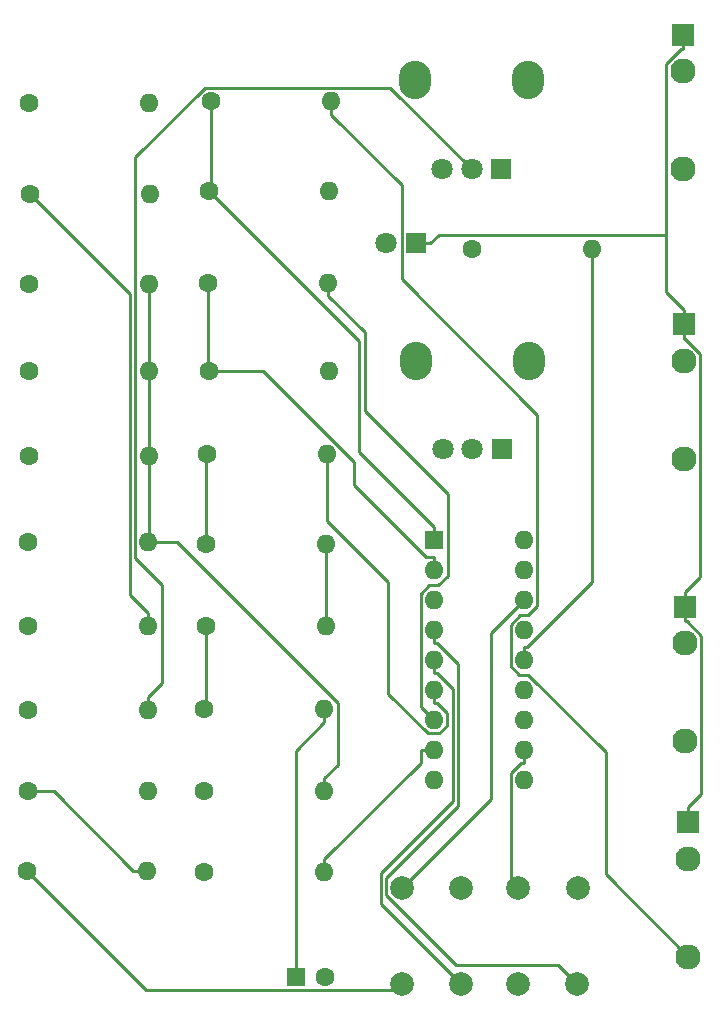
<source format=gbl>
%TF.GenerationSoftware,KiCad,Pcbnew,5.1.6*%
%TF.CreationDate,2020-10-11T16:32:07+02:00*%
%TF.ProjectId,AS3320-VCF,41533333-3230-42d5-9643-462e6b696361,rev?*%
%TF.SameCoordinates,Original*%
%TF.FileFunction,Copper,L2,Bot*%
%TF.FilePolarity,Positive*%
%FSLAX46Y46*%
G04 Gerber Fmt 4.6, Leading zero omitted, Abs format (unit mm)*
G04 Created by KiCad (PCBNEW 5.1.6) date 2020-10-11 16:32:07*
%MOMM*%
%LPD*%
G01*
G04 APERTURE LIST*
%TA.AperFunction,ComponentPad*%
%ADD10C,1.600000*%
%TD*%
%TA.AperFunction,ComponentPad*%
%ADD11O,1.600000X1.600000*%
%TD*%
%TA.AperFunction,ComponentPad*%
%ADD12C,1.800000*%
%TD*%
%TA.AperFunction,ComponentPad*%
%ADD13R,1.800000X1.800000*%
%TD*%
%TA.AperFunction,ComponentPad*%
%ADD14R,1.600000X1.600000*%
%TD*%
%TA.AperFunction,ComponentPad*%
%ADD15O,2.720000X3.240000*%
%TD*%
%TA.AperFunction,ComponentPad*%
%ADD16C,2.130000*%
%TD*%
%TA.AperFunction,ComponentPad*%
%ADD17R,1.930000X1.830000*%
%TD*%
%TA.AperFunction,ComponentPad*%
%ADD18C,2.000000*%
%TD*%
%TA.AperFunction,Conductor*%
%ADD19C,0.250000*%
%TD*%
G04 APERTURE END LIST*
D10*
%TO.P,R21,1*%
%TO.N,Net-(D1-Pad2)*%
X167680000Y-59510000D03*
D11*
%TO.P,R21,2*%
%TO.N,+12V*%
X177840000Y-59510000D03*
%TD*%
D12*
%TO.P,D1,2*%
%TO.N,Net-(D1-Pad2)*%
X160380000Y-59050000D03*
D13*
%TO.P,D1,1*%
%TO.N,GND*%
X162920000Y-59050000D03*
%TD*%
D11*
%TO.P,U1,18*%
%TO.N,Net-(R17-Pad1)*%
X172050000Y-84180000D03*
%TO.P,U1,9*%
%TO.N,Net-(R8-Pad1)*%
X164430000Y-104500000D03*
%TO.P,U1,17*%
%TO.N,Net-(R15-Pad1)*%
X172050000Y-86720000D03*
%TO.P,U1,8*%
%TO.N,/VRES*%
X164430000Y-101960000D03*
%TO.P,U1,16*%
%TO.N,Net-(C2-Pad1)*%
X172050000Y-89260000D03*
%TO.P,U1,7*%
%TO.N,/OUT1*%
X164430000Y-99420000D03*
%TO.P,U1,15*%
%TO.N,/OUT3*%
X172050000Y-91800000D03*
%TO.P,U1,6*%
%TO.N,/OUT2*%
X164430000Y-96880000D03*
%TO.P,U1,14*%
%TO.N,+12V*%
X172050000Y-94340000D03*
%TO.P,U1,5*%
%TO.N,Net-(C3-Pad2)*%
X164430000Y-94340000D03*
%TO.P,U1,13*%
%TO.N,Net-(R19-Pad1)*%
X172050000Y-96880000D03*
%TO.P,U1,4*%
%TO.N,Net-(C1-Pad2)*%
X164430000Y-91800000D03*
%TO.P,U1,12*%
%TO.N,Net-(R10-Pad2)*%
X172050000Y-99420000D03*
%TO.P,U1,3*%
%TO.N,GND*%
X164430000Y-89260000D03*
%TO.P,U1,11*%
%TO.N,Net-(C4-Pad1)*%
X172050000Y-101960000D03*
%TO.P,U1,2*%
%TO.N,Net-(R13-Pad1)*%
X164430000Y-86720000D03*
%TO.P,U1,10*%
%TO.N,/OUT4*%
X172050000Y-104500000D03*
D14*
%TO.P,U1,1*%
%TO.N,Net-(R11-Pad1)*%
X164430000Y-84180000D03*
%TD*%
D15*
%TO.P,RV2,*%
%TO.N,*%
X172490000Y-68990000D03*
X162890000Y-68990000D03*
D12*
%TO.P,RV2,3*%
%TO.N,Net-(R7-Pad1)*%
X165190000Y-76490000D03*
%TO.P,RV2,2*%
%TO.N,/FREQ_CTRL_INPUT*%
X167690000Y-76490000D03*
D13*
%TO.P,RV2,1*%
%TO.N,Net-(R3-Pad1)*%
X170190000Y-76490000D03*
%TD*%
D15*
%TO.P,RV1,*%
%TO.N,*%
X172440000Y-45257500D03*
X162840000Y-45257500D03*
D12*
%TO.P,RV1,3*%
%TO.N,Net-(R1-Pad2)*%
X165140000Y-52757500D03*
%TO.P,RV1,2*%
%TO.N,Net-(R8-Pad2)*%
X167640000Y-52757500D03*
D13*
%TO.P,RV1,1*%
%TO.N,Net-(R2-Pad2)*%
X170140000Y-52757500D03*
%TD*%
D10*
%TO.P,R7,1*%
%TO.N,Net-(R7-Pad1)*%
X130100000Y-91490000D03*
D11*
%TO.P,R7,2*%
%TO.N,+12V*%
X140260000Y-91490000D03*
%TD*%
D10*
%TO.P,R3,1*%
%TO.N,Net-(R3-Pad1)*%
X130170000Y-62470000D03*
D11*
%TO.P,R3,2*%
%TO.N,-12V*%
X140330000Y-62470000D03*
%TD*%
D10*
%TO.P,R2,1*%
%TO.N,+12V*%
X130208000Y-54848000D03*
D11*
%TO.P,R2,2*%
%TO.N,Net-(R2-Pad2)*%
X140368000Y-54848000D03*
%TD*%
D10*
%TO.P,R1,1*%
%TO.N,-12V*%
X130180000Y-47160000D03*
D11*
%TO.P,R1,2*%
%TO.N,Net-(R1-Pad2)*%
X140340000Y-47160000D03*
%TD*%
D16*
%TO.P,J4,T*%
%TO.N,/SIGNAL_OUTPUT*%
X185670000Y-101220000D03*
D17*
%TO.P,J4,S*%
%TO.N,GND*%
X185670000Y-89820000D03*
D16*
%TO.P,J4,TN*%
%TO.N,N/C*%
X185670000Y-92920000D03*
%TD*%
%TO.P,J3,T*%
%TO.N,/FREQ_CTRL_INPUT*%
X185580000Y-77300000D03*
D17*
%TO.P,J3,S*%
%TO.N,GND*%
X185580000Y-65900000D03*
D16*
%TO.P,J3,TN*%
%TO.N,N/C*%
X185580000Y-69000000D03*
%TD*%
%TO.P,J2,T*%
%TO.N,N/C*%
X185520000Y-52780000D03*
D17*
%TO.P,J2,S*%
%TO.N,GND*%
X185520000Y-41380000D03*
D16*
%TO.P,J2,TN*%
%TO.N,N/C*%
X185520000Y-44480000D03*
%TD*%
%TO.P,J1,T*%
%TO.N,/SIGNAL_INPUT*%
X185950000Y-119440000D03*
D17*
%TO.P,J1,S*%
%TO.N,GND*%
X185950000Y-108040000D03*
D16*
%TO.P,J1,TN*%
%TO.N,N/C*%
X185950000Y-111140000D03*
%TD*%
D10*
%TO.P,C5,2*%
%TO.N,/SIGNAL_OUTPUT*%
X155230000Y-121170000D03*
D14*
%TO.P,C5,1*%
%TO.N,/OUT4*%
X152730000Y-121170000D03*
%TD*%
D18*
%TO.P,C1,2*%
%TO.N,Net-(C1-Pad2)*%
X176544000Y-121750000D03*
%TO.P,C1,1*%
%TO.N,GND*%
X171544000Y-121750000D03*
%TD*%
%TO.P,C2,2*%
%TO.N,GND*%
X166748000Y-113622000D03*
%TO.P,C2,1*%
%TO.N,Net-(C2-Pad1)*%
X161748000Y-113622000D03*
%TD*%
%TO.P,C3,2*%
%TO.N,Net-(C3-Pad2)*%
X166698000Y-121742000D03*
%TO.P,C3,1*%
%TO.N,GND*%
X161698000Y-121742000D03*
%TD*%
%TO.P,C4,2*%
%TO.N,GND*%
X176594000Y-113630000D03*
%TO.P,C4,1*%
%TO.N,Net-(C4-Pad1)*%
X171594000Y-113630000D03*
%TD*%
D10*
%TO.P,R9,1*%
%TO.N,Net-(R10-Pad2)*%
X130030000Y-105430000D03*
D11*
%TO.P,R9,2*%
%TO.N,/FREQ_CTRL_INPUT*%
X140190000Y-105430000D03*
%TD*%
D10*
%TO.P,R4,1*%
%TO.N,Net-(R13-Pad1)*%
X130180000Y-69890000D03*
D11*
%TO.P,R4,2*%
%TO.N,-12V*%
X140340000Y-69890000D03*
%TD*%
D10*
%TO.P,R5,1*%
%TO.N,Net-(R15-Pad1)*%
X130170000Y-77090000D03*
D11*
%TO.P,R5,2*%
%TO.N,-12V*%
X140330000Y-77090000D03*
%TD*%
D10*
%TO.P,R6,1*%
%TO.N,Net-(R17-Pad1)*%
X130100000Y-84360000D03*
D11*
%TO.P,R6,2*%
%TO.N,-12V*%
X140260000Y-84360000D03*
%TD*%
D10*
%TO.P,R8,1*%
%TO.N,Net-(R8-Pad1)*%
X130030000Y-98590000D03*
D11*
%TO.P,R8,2*%
%TO.N,Net-(R8-Pad2)*%
X140190000Y-98590000D03*
%TD*%
D10*
%TO.P,R10,1*%
%TO.N,GND*%
X129950000Y-112180000D03*
D11*
%TO.P,R10,2*%
%TO.N,Net-(R10-Pad2)*%
X140110000Y-112180000D03*
%TD*%
D10*
%TO.P,R11,1*%
%TO.N,Net-(R11-Pad1)*%
X145550000Y-47020000D03*
D11*
%TO.P,R11,2*%
%TO.N,/SIGNAL_INPUT*%
X155710000Y-47020000D03*
%TD*%
D10*
%TO.P,R12,1*%
%TO.N,Net-(R11-Pad1)*%
X145400000Y-54590000D03*
D11*
%TO.P,R12,2*%
%TO.N,/OUT1*%
X155560000Y-54590000D03*
%TD*%
D10*
%TO.P,R13,1*%
%TO.N,Net-(R13-Pad1)*%
X145344000Y-62386000D03*
D11*
%TO.P,R13,2*%
%TO.N,/OUT1*%
X155504000Y-62386000D03*
%TD*%
D10*
%TO.P,R14,1*%
%TO.N,Net-(R13-Pad1)*%
X145400000Y-69820000D03*
D11*
%TO.P,R14,2*%
%TO.N,/OUT2*%
X155560000Y-69820000D03*
%TD*%
D10*
%TO.P,R15,1*%
%TO.N,Net-(R15-Pad1)*%
X145242000Y-76882000D03*
D11*
%TO.P,R15,2*%
%TO.N,/OUT2*%
X155402000Y-76882000D03*
%TD*%
D10*
%TO.P,R16,1*%
%TO.N,Net-(R15-Pad1)*%
X145115000Y-84496000D03*
D11*
%TO.P,R16,2*%
%TO.N,/OUT3*%
X155275000Y-84496000D03*
%TD*%
D10*
%TO.P,R17,1*%
%TO.N,Net-(R17-Pad1)*%
X145115000Y-91476000D03*
D11*
%TO.P,R17,2*%
%TO.N,/OUT3*%
X155275000Y-91476000D03*
%TD*%
D10*
%TO.P,R18,1*%
%TO.N,Net-(R17-Pad1)*%
X144995000Y-98466000D03*
D11*
%TO.P,R18,2*%
%TO.N,/OUT4*%
X155155000Y-98466000D03*
%TD*%
D10*
%TO.P,R19,1*%
%TO.N,Net-(R19-Pad1)*%
X144995000Y-105446000D03*
D11*
%TO.P,R19,2*%
%TO.N,-12V*%
X155155000Y-105446000D03*
%TD*%
D10*
%TO.P,R20,1*%
%TO.N,/SIGNAL_OUTPUT*%
X144995000Y-112306000D03*
D11*
%TO.P,R20,2*%
%TO.N,/VRES*%
X155155000Y-112306000D03*
%TD*%
D19*
%TO.N,GND*%
X161698000Y-121742000D02*
X161136400Y-122303600D01*
X161136400Y-122303600D02*
X140073600Y-122303600D01*
X140073600Y-122303600D02*
X129950000Y-112180000D01*
X184114100Y-58333400D02*
X184114100Y-43871200D01*
X184114100Y-43871200D02*
X185365000Y-42620300D01*
X185365000Y-42620300D02*
X185520000Y-42620300D01*
X185580000Y-64659700D02*
X184114100Y-63193800D01*
X184114100Y-63193800D02*
X184114100Y-58333400D01*
X184114100Y-58333400D02*
X164861900Y-58333400D01*
X164861900Y-58333400D02*
X164145300Y-59050000D01*
X162920000Y-59050000D02*
X164145300Y-59050000D01*
X185520000Y-41380000D02*
X185520000Y-42620300D01*
X185580000Y-65900000D02*
X185580000Y-64659700D01*
X185580000Y-66520100D02*
X185580000Y-65900000D01*
X185580000Y-66520100D02*
X185580000Y-67140300D01*
X185670000Y-89820000D02*
X185670000Y-88579700D01*
X185580000Y-67140300D02*
X185735000Y-67140300D01*
X185735000Y-67140300D02*
X186973600Y-68378900D01*
X186973600Y-68378900D02*
X186973600Y-87276100D01*
X186973600Y-87276100D02*
X185670000Y-88579700D01*
X185670000Y-89820000D02*
X185670000Y-91060300D01*
X185950000Y-108040000D02*
X185950000Y-106799700D01*
X185950000Y-106799700D02*
X187061200Y-105688500D01*
X187061200Y-105688500D02*
X187061200Y-92296500D01*
X187061200Y-92296500D02*
X185825000Y-91060300D01*
X185825000Y-91060300D02*
X185670000Y-91060300D01*
%TO.N,Net-(C1-Pad2)*%
X164430000Y-91800000D02*
X164430000Y-92925300D01*
X176544000Y-121750000D02*
X174951000Y-120157000D01*
X174951000Y-120157000D02*
X166322700Y-120157000D01*
X166322700Y-120157000D02*
X160418900Y-114253200D01*
X160418900Y-114253200D02*
X160418900Y-112747000D01*
X160418900Y-112747000D02*
X166486100Y-106679800D01*
X166486100Y-106679800D02*
X166486100Y-94700100D01*
X166486100Y-94700100D02*
X164711300Y-92925300D01*
X164711300Y-92925300D02*
X164430000Y-92925300D01*
%TO.N,Net-(C2-Pad1)*%
X161748000Y-113622000D02*
X169260400Y-106109600D01*
X169260400Y-106109600D02*
X169260400Y-92049600D01*
X169260400Y-92049600D02*
X172050000Y-89260000D01*
%TO.N,Net-(C3-Pad2)*%
X164430000Y-95465300D02*
X164711300Y-95465300D01*
X164711300Y-95465300D02*
X166019600Y-96773600D01*
X166019600Y-96773600D02*
X166019600Y-106284100D01*
X166019600Y-106284100D02*
X159968600Y-112335100D01*
X159968600Y-112335100D02*
X159968600Y-115012600D01*
X159968600Y-115012600D02*
X166698000Y-121742000D01*
X164430000Y-94340000D02*
X164430000Y-95465300D01*
%TO.N,Net-(C4-Pad1)*%
X172050000Y-101960000D02*
X172050000Y-103085300D01*
X171594000Y-113630000D02*
X170924700Y-112960700D01*
X170924700Y-112960700D02*
X170924700Y-103929200D01*
X170924700Y-103929200D02*
X171768600Y-103085300D01*
X171768600Y-103085300D02*
X172050000Y-103085300D01*
%TO.N,/OUT4*%
X155155000Y-98466000D02*
X155155000Y-99591300D01*
X152730000Y-121170000D02*
X152730000Y-102016300D01*
X152730000Y-102016300D02*
X155155000Y-99591300D01*
%TO.N,-12V*%
X155155000Y-105446000D02*
X155155000Y-104320700D01*
X155155000Y-104320700D02*
X156286300Y-103189400D01*
X156286300Y-103189400D02*
X156286300Y-97991000D01*
X156286300Y-97991000D02*
X142655300Y-84360000D01*
X142655300Y-84360000D02*
X140330000Y-84360000D01*
X140330000Y-84360000D02*
X140260000Y-84360000D01*
X140330000Y-84360000D02*
X140330000Y-78215300D01*
X140330000Y-77090000D02*
X140330000Y-78215300D01*
X140330000Y-69890000D02*
X140330000Y-62470000D01*
X140330000Y-77090000D02*
X140330000Y-69890000D01*
X140340000Y-69890000D02*
X140330000Y-69890000D01*
%TO.N,+12V*%
X172050000Y-94340000D02*
X172050000Y-93214700D01*
X172050000Y-93214700D02*
X172331300Y-93214700D01*
X172331300Y-93214700D02*
X177840000Y-87706000D01*
X177840000Y-87706000D02*
X177840000Y-59510000D01*
X130208000Y-54848000D02*
X138684400Y-63324400D01*
X138684400Y-63324400D02*
X138684400Y-88789100D01*
X138684400Y-88789100D02*
X140260000Y-90364700D01*
X140260000Y-91490000D02*
X140260000Y-90364700D01*
%TO.N,/OUT2*%
X164430000Y-96880000D02*
X164430000Y-98005300D01*
X155402000Y-76882000D02*
X155402000Y-82553600D01*
X155402000Y-82553600D02*
X160579800Y-87731400D01*
X160579800Y-87731400D02*
X160579800Y-97189800D01*
X160579800Y-97189800D02*
X163937800Y-100547800D01*
X163937800Y-100547800D02*
X164894700Y-100547800D01*
X164894700Y-100547800D02*
X165555300Y-99887200D01*
X165555300Y-99887200D02*
X165555300Y-98849200D01*
X165555300Y-98849200D02*
X164711400Y-98005300D01*
X164711400Y-98005300D02*
X164430000Y-98005300D01*
%TO.N,/OUT3*%
X155275000Y-91476000D02*
X155275000Y-84496000D01*
%TO.N,/OUT1*%
X155504000Y-62386000D02*
X155504000Y-63511300D01*
X155504000Y-63511300D02*
X158576300Y-66583600D01*
X158576300Y-66583600D02*
X158576300Y-73231600D01*
X158576300Y-73231600D02*
X165587900Y-80243200D01*
X165587900Y-80243200D02*
X165587900Y-87194600D01*
X165587900Y-87194600D02*
X164792500Y-87990000D01*
X164792500Y-87990000D02*
X164048500Y-87990000D01*
X164048500Y-87990000D02*
X163301700Y-88736800D01*
X163301700Y-88736800D02*
X163301700Y-98291700D01*
X163301700Y-98291700D02*
X164430000Y-99420000D01*
%TO.N,Net-(R11-Pad1)*%
X145400000Y-54590000D02*
X158125900Y-67315900D01*
X158125900Y-67315900D02*
X158125900Y-76750600D01*
X158125900Y-76750600D02*
X164430000Y-83054700D01*
X164430000Y-84180000D02*
X164430000Y-83054700D01*
X145400000Y-54590000D02*
X145550000Y-54440000D01*
X145550000Y-54440000D02*
X145550000Y-47020000D01*
%TO.N,Net-(R13-Pad1)*%
X145400000Y-69820000D02*
X149952700Y-69820000D01*
X149952700Y-69820000D02*
X157675500Y-77542800D01*
X157675500Y-77542800D02*
X157675500Y-79485600D01*
X157675500Y-79485600D02*
X163784600Y-85594700D01*
X163784600Y-85594700D02*
X164430000Y-85594700D01*
X145344000Y-62386000D02*
X145344000Y-69764000D01*
X145344000Y-69764000D02*
X145400000Y-69820000D01*
X164430000Y-86720000D02*
X164430000Y-85594700D01*
%TO.N,Net-(R15-Pad1)*%
X145115000Y-84496000D02*
X145115000Y-77009000D01*
X145115000Y-77009000D02*
X145242000Y-76882000D01*
%TO.N,Net-(R17-Pad1)*%
X145115000Y-91476000D02*
X145115000Y-98346000D01*
X145115000Y-98346000D02*
X144995000Y-98466000D01*
%TO.N,/SIGNAL_INPUT*%
X155710000Y-47020000D02*
X155710000Y-48145300D01*
X185950000Y-119440000D02*
X178984800Y-112474800D01*
X178984800Y-112474800D02*
X178984800Y-102158200D01*
X178984800Y-102158200D02*
X172436600Y-95610000D01*
X172436600Y-95610000D02*
X171680500Y-95610000D01*
X171680500Y-95610000D02*
X170924600Y-94854100D01*
X170924600Y-94854100D02*
X170924600Y-91327900D01*
X170924600Y-91327900D02*
X171722500Y-90530000D01*
X171722500Y-90530000D02*
X172394600Y-90530000D01*
X172394600Y-90530000D02*
X173181400Y-89743200D01*
X173181400Y-89743200D02*
X173181400Y-73545800D01*
X173181400Y-73545800D02*
X161694600Y-62059000D01*
X161694600Y-62059000D02*
X161694600Y-54129900D01*
X161694600Y-54129900D02*
X155710000Y-48145300D01*
%TO.N,/VRES*%
X164430000Y-101960000D02*
X163304700Y-101960000D01*
X155155000Y-112306000D02*
X155155000Y-111180700D01*
X155155000Y-111180700D02*
X163304700Y-103031000D01*
X163304700Y-103031000D02*
X163304700Y-101960000D01*
%TO.N,Net-(R8-Pad2)*%
X140190000Y-98590000D02*
X140190000Y-97464700D01*
X140190000Y-97464700D02*
X141401800Y-96252900D01*
X141401800Y-96252900D02*
X141401800Y-87938700D01*
X141401800Y-87938700D02*
X139134700Y-85671600D01*
X139134700Y-85671600D02*
X139134700Y-51772300D01*
X139134700Y-51772300D02*
X145036200Y-45870800D01*
X145036200Y-45870800D02*
X160753300Y-45870800D01*
X160753300Y-45870800D02*
X167640000Y-52757500D01*
%TO.N,Net-(R10-Pad2)*%
X140110000Y-112180000D02*
X138984700Y-112180000D01*
X138984700Y-112180000D02*
X132234700Y-105430000D01*
X132234700Y-105430000D02*
X130030000Y-105430000D01*
%TD*%
M02*

</source>
